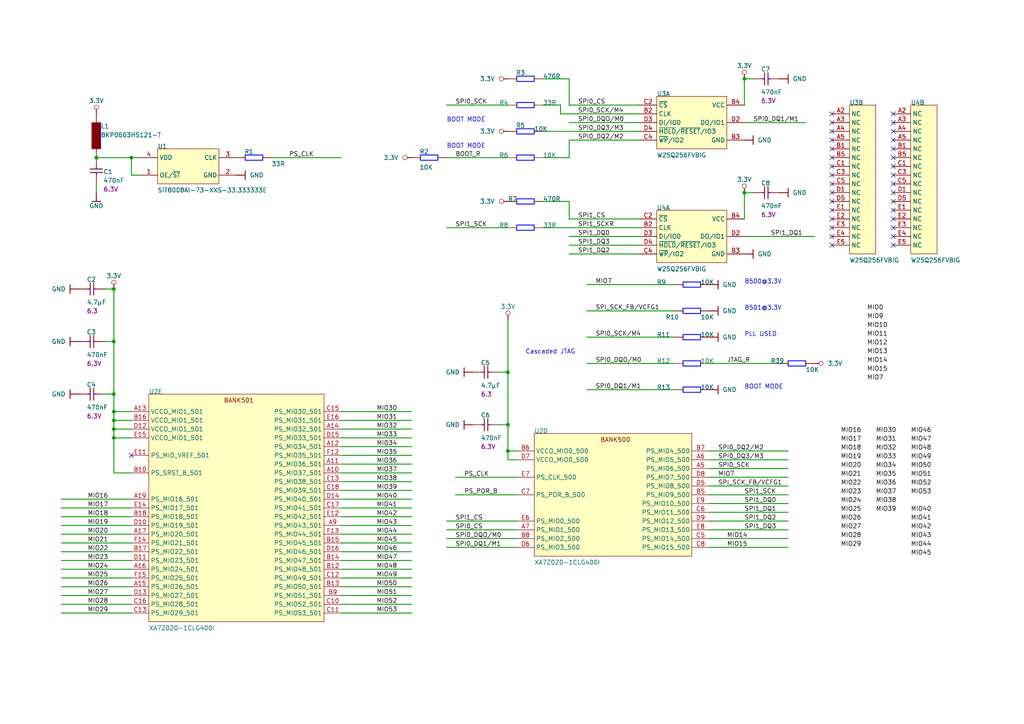
<source format=kicad_sch>
(kicad_sch (version 20230121) (generator eeschema)
  (paper "A4")
  (title_block (title "ZoM Mod A - FPGA MIO Banks") (date "12/16/2014") (rev "01"))
  (junction (at 33.02 119.38))
  (junction (at 33.02 83.82))
  (junction (at 147.32 107.95))
  (junction (at 33.02 99.06))
  (junction (at 33.02 114.3))
  (junction (at 147.32 123.19))
  (junction (at 33.02 124.46))
  (junction (at 215.9 55.88))
  (junction (at 33.02 121.92))
  (junction (at 215.9 22.86))
  (junction (at 33.02 127))
  (junction (at 38.1 45.72))
  (junction (at 27.94 45.72))
  (junction (at 147.32 130.81))
  (no_connect (at 241.3 45.72))
  (no_connect (at 259.08 53.34))
  (no_connect (at 259.08 58.42))
  (no_connect (at 259.08 48.26))
  (no_connect (at 38.1 132.08))
  (no_connect (at 259.08 71.12))
  (no_connect (at 241.3 48.26))
  (no_connect (at 259.08 60.96))
  (no_connect (at 241.3 40.64))
  (no_connect (at 241.3 60.96))
  (no_connect (at 241.3 55.88))
  (no_connect (at 241.3 33.02))
  (no_connect (at 259.08 40.64))
  (no_connect (at 241.3 43.18))
  (no_connect (at 241.3 68.58))
  (no_connect (at 259.08 63.5))
  (no_connect (at 241.3 66.04))
  (no_connect (at 241.3 35.56))
  (no_connect (at 241.3 53.34))
  (no_connect (at 259.08 45.72))
  (no_connect (at 259.08 43.18))
  (no_connect (at 241.3 50.8))
  (no_connect (at 241.3 58.42))
  (no_connect (at 259.08 55.88))
  (no_connect (at 259.08 66.04))
  (no_connect (at 259.08 33.02))
  (no_connect (at 259.08 38.1))
  (no_connect (at 241.3 63.5))
  (no_connect (at 241.3 71.12))
  (no_connect (at 241.3 38.1))
  (no_connect (at 259.08 35.56))
  (no_connect (at 259.08 50.8))
  (no_connect (at 259.08 68.58))
  (wire (pts (xy 38.1 175.26) (xy 17.78 175.26)) (stroke (width 0.254)))
  (wire (pts (xy 195.58 97.79) (xy 170.18 97.79)) (stroke (width 0.254)))
  (wire (pts (xy 185.42 66.04) (xy 157.48 66.04)) (stroke (width 0.254)))
  (wire (pts (xy 149.86 130.81) (xy 147.32 130.81)) (stroke (width 0.254)))
  (wire (pts (xy 185.42 40.64) (xy 165.1 40.64)) (stroke (width 0.254)))
  (wire (pts (xy 149.86 138.43) (xy 132.08 138.43)) (stroke (width 0.254)))
  (wire (pts (xy 119.38 124.46) (xy 99.06 124.46)) (stroke (width 0.254)))
  (wire (pts (xy 185.42 71.12) (xy 165.1 71.12)) (stroke (width 0.254)))
  (wire (pts (xy 144.78 107.95) (xy 147.32 107.95)) (stroke (width 0.254)))
  (wire (pts (xy 147.32 45.72) (xy 129.54 45.72)) (stroke (width 0.254)))
  (wire (pts (xy 185.42 73.66) (xy 165.1 73.66)) (stroke (width 0.254)))
  (wire (pts (xy 38.1 124.46) (xy 33.02 124.46)) (stroke (width 0.254)))
  (wire (pts (xy 185.42 30.48) (xy 165.1 30.48)) (stroke (width 0.254)))
  (wire (pts (xy 27.94 55.88) (xy 27.94 53.34)) (stroke (width 0.254)))
  (wire (pts (xy 33.02 124.46) (xy 33.02 127)) (stroke (width 0.254)))
  (wire (pts (xy 185.42 63.5) (xy 165.1 63.5)) (stroke (width 0.254)))
  (wire (pts (xy 149.86 133.35) (xy 147.32 133.35)) (stroke (width 0.254)))
  (wire (pts (xy 119.38 119.38) (xy 99.06 119.38)) (stroke (width 0.254)))
  (wire (pts (xy 38.1 167.64) (xy 17.78 167.64)) (stroke (width 0.254)))
  (wire (pts (xy 33.02 119.38) (xy 33.02 121.92)) (stroke (width 0.254)))
  (wire (pts (xy 228.6 146.05) (xy 205.74 146.05)) (stroke (width 0.254)))
  (wire (pts (xy 38.1 162.56) (xy 17.78 162.56)) (stroke (width 0.254)))
  (wire (pts (xy 38.1 119.38) (xy 33.02 119.38)) (stroke (width 0.254)))
  (wire (pts (xy 119.38 172.72) (xy 99.06 172.72)) (stroke (width 0.254)))
  (wire (pts (xy 119.38 147.32) (xy 99.06 147.32)) (stroke (width 0.254)))
  (wire (pts (xy 228.6 151.13) (xy 205.74 151.13)) (stroke (width 0.254)))
  (wire (pts (xy 165.1 63.5) (xy 165.1 58.42)) (stroke (width 0.254)))
  (wire (pts (xy 185.42 33.02) (xy 162.56 33.02)) (stroke (width 0.254)))
  (wire (pts (xy 149.86 156.21) (xy 129.54 156.21)) (stroke (width 0.254)))
  (wire (pts (xy 38.1 50.8) (xy 38.1 45.72)) (stroke (width 0.254)))
  (wire (pts (xy 119.38 162.56) (xy 99.06 162.56)) (stroke (width 0.254)))
  (wire (pts (xy 33.02 127) (xy 33.02 137.16)) (stroke (width 0.254)))
  (wire (pts (xy 185.42 68.58) (xy 165.1 68.58)) (stroke (width 0.254)))
  (wire (pts (xy 33.02 121.92) (xy 33.02 124.46)) (stroke (width 0.254)))
  (wire (pts (xy 119.38 160.02) (xy 99.06 160.02)) (stroke (width 0.254)))
  (wire (pts (xy 228.6 153.67) (xy 205.74 153.67)) (stroke (width 0.254)))
  (wire (pts (xy 33.02 99.06) (xy 33.02 114.3)) (stroke (width 0.254)))
  (wire (pts (xy 147.32 107.95) (xy 147.32 92.71)) (stroke (width 0.254)))
  (wire (pts (xy 119.38 121.92) (xy 99.06 121.92)) (stroke (width 0.254)))
  (wire (pts (xy 119.38 142.24) (xy 99.06 142.24)) (stroke (width 0.254)))
  (wire (pts (xy 228.6 133.35) (xy 205.74 133.35)) (stroke (width 0.254)))
  (wire (pts (xy 165.1 40.64) (xy 165.1 45.72)) (stroke (width 0.254)))
  (wire (pts (xy 119.38 134.62) (xy 99.06 134.62)) (stroke (width 0.254)))
  (wire (pts (xy 228.6 135.89) (xy 205.74 135.89)) (stroke (width 0.254)))
  (wire (pts (xy 119.38 132.08) (xy 99.06 132.08)) (stroke (width 0.254)))
  (wire (pts (xy 228.6 143.51) (xy 205.74 143.51)) (stroke (width 0.254)))
  (wire (pts (xy 38.1 121.92) (xy 33.02 121.92)) (stroke (width 0.254)))
  (wire (pts (xy 38.1 144.78) (xy 17.78 144.78)) (stroke (width 0.254)))
  (wire (pts (xy 149.86 153.67) (xy 129.54 153.67)) (stroke (width 0.254)))
  (wire (pts (xy 147.32 123.19) (xy 147.32 107.95)) (stroke (width 0.254)))
  (wire (pts (xy 215.9 30.48) (xy 215.9 22.86)) (stroke (width 0.254)))
  (wire (pts (xy 33.02 137.16) (xy 38.1 137.16)) (stroke (width 0.254)))
  (wire (pts (xy 38.1 172.72) (xy 17.78 172.72)) (stroke (width 0.254)))
  (wire (pts (xy 147.32 133.35) (xy 147.32 130.81)) (stroke (width 0.254)))
  (wire (pts (xy 119.38 127) (xy 99.06 127)) (stroke (width 0.254)))
  (wire (pts (xy 119.38 157.48) (xy 99.06 157.48)) (stroke (width 0.254)))
  (wire (pts (xy 215.9 55.88) (xy 218.44 55.88)) (stroke (width 0.254)))
  (wire (pts (xy 38.1 157.48) (xy 17.78 157.48)) (stroke (width 0.254)))
  (wire (pts (xy 228.6 148.59) (xy 205.74 148.59)) (stroke (width 0.254)))
  (wire (pts (xy 165.1 45.72) (xy 157.48 45.72)) (stroke (width 0.254)))
  (wire (pts (xy 38.1 147.32) (xy 17.78 147.32)) (stroke (width 0.254)))
  (wire (pts (xy 228.6 138.43) (xy 205.74 138.43)) (stroke (width 0.254)))
  (wire (pts (xy 162.56 33.02) (xy 162.56 30.48)) (stroke (width 0.254)))
  (wire (pts (xy 38.1 165.1) (xy 17.78 165.1)) (stroke (width 0.254)))
  (wire (pts (xy 149.86 151.13) (xy 129.54 151.13)) (stroke (width 0.254)))
  (wire (pts (xy 165.1 30.48) (xy 165.1 22.86)) (stroke (width 0.254)))
  (wire (pts (xy 38.1 154.94) (xy 17.78 154.94)) (stroke (width 0.254)))
  (wire (pts (xy 38.1 149.86) (xy 17.78 149.86)) (stroke (width 0.254)))
  (wire (pts (xy 78.74 45.72) (xy 99.06 45.72)) (stroke (width 0.254)))
  (wire (pts (xy 119.38 152.4) (xy 99.06 152.4)) (stroke (width 0.254)))
  (wire (pts (xy 147.32 130.81) (xy 147.32 123.19)) (stroke (width 0.254)))
  (wire (pts (xy 144.78 123.19) (xy 147.32 123.19)) (stroke (width 0.254)))
  (wire (pts (xy 38.1 170.18) (xy 17.78 170.18)) (stroke (width 0.254)))
  (wire (pts (xy 195.58 82.55) (xy 170.18 82.55)) (stroke (width 0.254)))
  (wire (pts (xy 119.38 170.18) (xy 99.06 170.18)) (stroke (width 0.254)))
  (wire (pts (xy 233.68 35.56) (xy 215.9 35.56)) (stroke (width 0.254)))
  (wire (pts (xy 147.32 66.04) (xy 129.54 66.04)) (stroke (width 0.254)))
  (wire (pts (xy 38.1 45.72) (xy 27.94 45.72)) (stroke (width 0.254)))
  (wire (pts (xy 30.48 99.06) (xy 33.02 99.06)) (stroke (width 0.254)))
  (wire (pts (xy 119.38 137.16) (xy 99.06 137.16)) (stroke (width 0.254)))
  (wire (pts (xy 228.6 130.81) (xy 205.74 130.81)) (stroke (width 0.254)))
  (wire (pts (xy 228.6 156.21) (xy 205.74 156.21)) (stroke (width 0.254)))
  (wire (pts (xy 38.1 45.72) (xy 40.64 45.72)) (stroke (width 0.254)))
  (wire (pts (xy 195.58 105.41) (xy 170.18 105.41)) (stroke (width 0.254)))
  (wire (pts (xy 228.6 140.97) (xy 205.74 140.97)) (stroke (width 0.254)))
  (wire (pts (xy 38.1 127) (xy 33.02 127)) (stroke (width 0.254)))
  (wire (pts (xy 119.38 129.54) (xy 99.06 129.54)) (stroke (width 0.254)))
  (wire (pts (xy 149.86 158.75) (xy 129.54 158.75)) (stroke (width 0.254)))
  (wire (pts (xy 38.1 160.02) (xy 17.78 160.02)) (stroke (width 0.254)))
  (wire (pts (xy 149.86 143.51) (xy 132.08 143.51)) (stroke (width 0.254)))
  (wire (pts (xy 119.38 165.1) (xy 99.06 165.1)) (stroke (width 0.254)))
  (wire (pts (xy 215.9 68.58) (xy 236.22 68.58)) (stroke (width 0.254)))
  (wire (pts (xy 119.38 149.86) (xy 99.06 149.86)) (stroke (width 0.254)))
  (wire (pts (xy 119.38 144.78) (xy 99.06 144.78)) (stroke (width 0.254)))
  (wire (pts (xy 185.42 35.56) (xy 165.1 35.56)) (stroke (width 0.254)))
  (wire (pts (xy 119.38 154.94) (xy 99.06 154.94)) (stroke (width 0.254)))
  (wire (pts (xy 30.48 83.82) (xy 33.02 83.82)) (stroke (width 0.254)))
  (wire (pts (xy 147.32 30.48) (xy 129.54 30.48)) (stroke (width 0.254)))
  (wire (pts (xy 38.1 177.8) (xy 17.78 177.8)) (stroke (width 0.254)))
  (wire (pts (xy 185.42 38.1) (xy 157.48 38.1)) (stroke (width 0.254)))
  (wire (pts (xy 195.58 113.03) (xy 170.18 113.03)) (stroke (width 0.254)))
  (wire (pts (xy 119.38 167.64) (xy 99.06 167.64)) (stroke (width 0.254)))
  (wire (pts (xy 165.1 58.42) (xy 157.48 58.42)) (stroke (width 0.254)))
  (wire (pts (xy 38.1 152.4) (xy 17.78 152.4)) (stroke (width 0.254)))
  (wire (pts (xy 40.64 50.8) (xy 38.1 50.8)) (stroke (width 0.254)))
  (wire (pts (xy 228.6 158.75) (xy 205.74 158.75)) (stroke (width 0.254)))
  (wire (pts (xy 119.38 177.8) (xy 99.06 177.8)) (stroke (width 0.254)))
  (wire (pts (xy 33.02 83.82) (xy 33.02 99.06)) (stroke (width 0.254)))
  (wire (pts (xy 215.9 22.86) (xy 218.44 22.86)) (stroke (width 0.254)))
  (wire (pts (xy 226.06 105.41) (xy 205.74 105.41)) (stroke (width 0.254)))
  (wire (pts (xy 215.9 63.5) (xy 215.9 55.88)) (stroke (width 0.254)))
  (wire (pts (xy 33.02 114.3) (xy 33.02 119.38)) (stroke (width 0.254)))
  (wire (pts (xy 119.38 139.7) (xy 99.06 139.7)) (stroke (width 0.254)))
  (wire (pts (xy 119.38 175.26) (xy 99.06 175.26)) (stroke (width 0.254)))
  (wire (pts (xy 162.56 30.48) (xy 157.48 30.48)) (stroke (width 0.254)))
  (wire (pts (xy 165.1 22.86) (xy 157.48 22.86)) (stroke (width 0.254)))
  (wire (pts (xy 30.48 114.3) (xy 33.02 114.3)) (stroke (width 0.254)))
  (wire (pts (xy 195.58 90.17) (xy 170.18 90.17)) (stroke (width 0.254)))
  (text "BOOT MODE" (at 129.54 43.18 0) (effects (font (size 1.27 1.27)) (justify left bottom)))
  (text "BOOT MODE" (at 215.9 113.03 0) (effects (font (size 1.27 1.27)) (justify left bottom)))
  (text "B501@3.3V" (at 215.9 90.17 0) (effects (font (size 1.27 1.27)) (justify left bottom)))
  (text "B500@3.3V" (at 215.9 82.55 0) (effects (font (size 1.27 1.27)) (justify left bottom)))
  (text "BOOT MODE" (at 129.54 35.56 0) (effects (font (size 1.27 1.27)) (justify left bottom)))
  (text "Cascaded JTAG" (at 152.4 102.87 0) (effects (font (size 1.27 1.27)) (justify left bottom)))
  (text "PLL USED" (at 215.9 97.79 0) (effects (font (size 1.27 1.27)) (justify left bottom)))
  (label "MIO40" (at 109.22 144.78 180))
  (label "MIO18" (at 243.84 130.81 180))
  (label "MIO29" (at 243.84 158.75 180))
  (label "SPI0_DQ3/M3" (at 167.64 38.1 180))
  (label "MIO27" (at 25.4 172.72 180))
  (label "SPI0_SCK/M4" (at 172.72 97.79 180))
  (label "MIO27" (at 243.84 153.67 180))
  (label "MIO42" (at 109.22 149.86 180))
  (label "MIO50" (at 264.16 135.89 180))
  (label "MIO16" (at 25.4 144.78 180))
  (label "SPI0_DQ2/M2" (at 167.64 40.64 180))
  (label "MIO28" (at 25.4 175.26 180))
  (label "MIO13" (at 251.46 102.87 180))
  (label "SPI1_DQ0" (at 215.9 146.05 180))
  (label "MIO47" (at 264.16 128.27 180))
  (label "PS_CLK" (at 134.62 138.43 180))
  (label "MIO53" (at 264.16 143.51 180))
  (label "MIO37" (at 254 143.51 180))
  (label "MIO48" (at 264.16 130.81 180))
  (label "MIO17" (at 25.4 147.32 180))
  (label "MIO46" (at 109.22 160.02 180))
  (label "MIO21" (at 25.4 157.48 180))
  (label "MIO33" (at 109.22 127 180))
  (label "MIO44" (at 264.16 158.75 180))
  (label "MIO30" (at 109.22 119.38 180))
  (label "MIO34" (at 254 135.89 180))
  (label "MIO39" (at 254 148.59 180))
  (label "MIO10" (at 251.46 95.25 180))
  (label "MIO19" (at 25.4 152.4 180))
  (label "MIO48" (at 109.22 165.1 180))
  (label "PS_POR_B" (at 134.62 143.51 180))
  (label "MIO52" (at 109.22 175.26 180))
  (label "MIO25" (at 25.4 167.64 180))
  (label "SPI0_DQ2/M2" (at 208.28 130.81 180))
  (label "MIO14" (at 210.82 156.21 180))
  (label "SPI1_DQ1" (at 223.52 68.58 180))
  (label "JTAG_R" (at 210.82 105.41 180))
  (label "MIO24" (at 25.4 165.1 180))
  (label "MIO52" (at 264.16 140.97 180))
  (label "MIO28" (at 243.84 156.21 180))
  (label "SPI1_CS" (at 167.64 63.5 180))
  (label "MIO15" (at 251.46 107.95 180))
  (label "MIO16" (at 243.84 125.73 180))
  (label "MIO20" (at 25.4 154.94 180))
  (label "SPI1_DQ2" (at 167.64 73.66 180))
  (label "MIO43" (at 109.22 152.4 180))
  (label "MIO21" (at 243.84 138.43 180))
  (label "SPI0_DQO/M0" (at 172.72 105.41 180))
  (label "MIO22" (at 243.84 140.97 180))
  (label "MIO26" (at 243.84 151.13 180))
  (label "SPI_SCK_FB/VCFG1" (at 208.28 140.97 180))
  (label "MIO47" (at 109.22 162.56 180))
  (label "MIO46" (at 264.16 125.73 180))
  (label "MIO9" (at 251.46 92.71 180))
  (label "SPI0_DQ1/M1" (at 132.08 158.75 180))
  (label "MIO22" (at 25.4 160.02 180))
  (label "MIO38" (at 109.22 139.7 180))
  (label "SPI1_SCK" (at 132.08 66.04 180))
  (label "MIO26" (at 25.4 170.18 180))
  (label "MIO12" (at 251.46 100.33 180))
  (label "SPI0_SCK/M4" (at 167.64 33.02 180))
  (label "SPI1_CS" (at 132.08 151.13 180))
  (label "SPI0_DQ1/M1" (at 172.72 113.03 180))
  (label "MIO23" (at 25.4 162.56 180))
  (label "MIO36" (at 109.22 134.62 180))
  (label "BOOT_R" (at 132.08 45.72 180))
  (label "MIO18" (at 25.4 149.86 180))
  (label "MIO30" (at 254 125.73 180))
  (label "MIO17" (at 243.84 128.27 180))
  (label "MIO37" (at 109.22 137.16 180))
  (label "MIO36" (at 254 140.97 180))
  (label "SPI1_DQ2" (at 215.9 151.13 180))
  (label "MIO51" (at 109.22 172.72 180))
  (label "MIO7" (at 251.46 110.49 180))
  (label "MIO7" (at 172.72 82.55 180))
  (label "SPI_SCK_FB/VCFG1" (at 172.72 90.17 180))
  (label "SPI0_DQ3/M3" (at 208.28 133.35 180))
  (label "PS_CLK" (at 83.82 45.72 180))
  (label "SPI1_DQ0" (at 167.64 68.58 180))
  (label "MIO41" (at 264.16 151.13 180))
  (label "MIO38" (at 254 146.05 180))
  (label "SPI1_SCKR" (at 167.64 66.04 180))
  (label "SPI0_DQO/M0" (at 132.08 156.21 180))
  (label "SPI0_CS" (at 167.64 30.48 180))
  (label "MIO0" (at 251.46 90.17 180))
  (label "SPI0_SCK" (at 208.28 135.89 180))
  (label "MIO49" (at 109.22 167.64 180))
  (label "SPI0_CS" (at 132.08 153.67 180))
  (label "MIO42" (at 264.16 153.67 180))
  (label "MIO15" (at 210.82 158.75 180))
  (label "MIO31" (at 109.22 121.92 180))
  (label "MIO45" (at 109.22 157.48 180))
  (label "SPI0_SCK" (at 132.08 30.48 180))
  (label "SPI0_DQ1/M1" (at 218.44 35.56 180))
  (label "MIO33" (at 254 133.35 180))
  (label "MIO29" (at 25.4 177.8 180))
  (label "MIO32" (at 254 130.81 180))
  (label "MIO51" (at 264.16 138.43 180))
  (label "MIO35" (at 254 138.43 180))
  (label "MIO11" (at 251.46 97.79 180))
  (label "MIO7" (at 208.28 138.43 180))
  (label "SPI1_SCK" (at 215.9 143.51 180))
  (label "MIO19" (at 243.84 133.35 180))
  (label "MIO45" (at 264.16 161.29 180))
  (label "SPI1_DQ1" (at 215.9 148.59 180))
  (label "MIO49" (at 264.16 133.35 180))
  (label "MIO40" (at 264.16 148.59 180))
  (label "MIO23" (at 243.84 143.51 180))
  (label "MIO14" (at 251.46 105.41 180))
  (label "MIO20" (at 243.84 135.89 180))
  (label "MIO41" (at 109.22 147.32 180))
  (label "MIO53" (at 109.22 177.8 180))
  (label "MIO31" (at 254 128.27 180))
  (label "SPI0_DQO/M0" (at 167.64 35.56 180))
  (label "MIO43" (at 264.16 156.21 180))
  (label "MIO50" (at 109.22 170.18 180))
  (label "MIO44" (at 109.22 154.94 180))
  (label "MIO24" (at 243.84 146.05 180))
  (label "MIO35" (at 109.22 132.08 180))
  (label "SPI1_DQ3" (at 215.9 153.67 180))
  (label "MIO34" (at 109.22 129.54 180))
  (label "MIO32" (at 109.22 124.46 180))
  (label "SPI1_DQ3" (at 167.64 71.12 180))
  (label "MIO25" (at 243.84 148.59 180))
  (label "MIO39" (at 109.22 142.24 180))
  (symbol (lib_id "TE0719-altium-import:PS_MIO_1_CAP-NP") (at 218.44 55.88 0) (unit 1)
    (property "Reference" "C8" (at 220.726 53.848 0) (effects (justify left bottom)))
    (property "Value" "470nF" (at 220.726 60.452 0) (effects (justify left bottom)))
    (property "Footprint" "CAPC0603X33N" (effects hide))
    (property "AN" "24921" (effects hide))
    (property "CASE" "0603 (0201)" (effects hide))
    (property "ALTIUM_VALUE" "470n" (effects hide))
    (property "VOLTAGE" "6.3V" (at 220.726 62.992 0) (effects (justify left bottom)))
    (property "TECHNOLOGY" "X5R" (effects hide))
    (property "TOLERANCE" "20%" (effects hide))
    (property "MIXED" "SMT" (effects hide))
    (property "PREFERRED" "Yes" (effects hide))
  )
  (symbol (lib_id "TE0719-altium-import:PS_MIO_3_RES") (at 205.74 105.41 0) (unit 1)
    (property "Reference" "R12" (at 190.5 105.41 0) (effects (justify left bottom)))
    (property "Value" "10K" (at 203.2 105.41 0) (effects (justify left bottom)))
    (property "Footprint" "RESC0603X26N" (effects hide))
    (property "AN" "24914" (effects hide))
    (property "CASE" "0603 (0201)" (effects hide))
    (property "ALTIUM_VALUE" "10K" (effects hide))
    (property "HELPURL" "B~{:}A~{D}adli~{b}datashee~{t}R0201" (effects hide))
    (property "TOLERANCE" "1%" (effects hide))
    (property "MIXED" "SMT" (effects hide))
    (property "PREFERRED" "Yes" (effects hide))
  )
  (symbol (lib_id "TE0719-altium-import:PS_MIO_3_RES") (at 205.74 97.79 0) (unit 1)
    (property "Reference" "R11" (at 190.5 97.79 0) (effects (justify left bottom)))
    (property "Value" "10K" (at 203.2 97.79 0) (effects (justify left bottom)))
    (property "Footprint" "RESC0603X26N" (effects hide))
    (property "AN" "24914" (effects hide))
    (property "CASE" "0603 (0201)" (effects hide))
    (property "ALTIUM_VALUE" "10K" (effects hide))
    (property "HELPURL" "B~{:}A~{D}adli~{b}datashee~{t}R0201" (effects hide))
    (property "TOLERANCE" "1%" (effects hide))
    (property "MIXED" "SMT" (effects hide))
    (property "PREFERRED" "Yes" (effects hide))
  )
  (symbol (lib_id "TE0719-altium-import:GND") (at 215.9 73.66 90) (unit 1)
    (property "Reference" "#PWR?" (effects hide))
    (property "Value" "GND" (at 219.71 73.66 90) (effects (justify right)))
  )
  (symbol (lib_id "TE0719-altium-import:3.3V") (at 215.9 55.88 180) (unit 1)
    (property "Reference" "#PWR?" (effects hide))
    (property "Value" "3.3V" (at 215.9 52.07 0))
  )
  (symbol (lib_id "TE0719-altium-import:PS_MIO_3_CAP-NP") (at 30.48 99.06 0) (unit 1)
    (property "Reference" "C3" (at 25.146 97.028 0) (effects (justify left bottom)))
    (property "Value" "470nF" (at 25.146 103.632 0) (effects (justify left bottom)))
    (property "Footprint" "CAPC0603X33N" (effects hide))
    (property "AN" "24921" (effects hide))
    (property "CASE" "0603 (0201)" (effects hide))
    (property "ALTIUM_VALUE" "470n" (effects hide))
    (property "VOLTAGE" "6.3V" (at 25.146 106.172 0) (effects (justify left bottom)))
    (property "TECHNOLOGY" "X5R" (effects hide))
    (property "TOLERANCE" "20%" (effects hide))
    (property "MIXED" "SMT" (effects hide))
    (property "PREFERRED" "Yes" (effects hide))
  )
  (symbol (lib_id "TE0719-altium-import:PS_MIO_0_SiT8103") (at 45.72 43.18 0) (unit 1)
    (property "Reference" "U1" (at 45.72 43.18 0) (effects (justify left bottom)))
    (property "Value" "SiT8008AI-73-XXS-33.333333E" (at 45.72 55.88 0) (effects (justify left bottom)))
    (property "Footprint" "2016" (effects hide))
    (property "AN" "25023" (effects hide))
    (property "CASE" "2.0  x 1.6mm" (effects hide))
    (property "ALTIUM_VALUE" "33M" (effects hide))
    (property "HELPURL" "B~{:}A~{D}adli~{b}datashee~{t}SiT8008" (effects hide))
    (property "TRENZ-STOCK" "Yes" (effects hide))
    (property "MIXED" "SMT" (effects hide))
    (property "PREFERRED" "Yes" (effects hide))
  )
  (symbol (lib_id "TE0719-altium-import:GND") (at 22.86 99.06 270) (unit 1)
    (property "Reference" "#PWR?" (effects hide))
    (property "Value" "GND" (at 19.05 99.06 90) (effects (justify right)))
  )
  (symbol (lib_id "TE0719-altium-import:GND") (at 205.74 90.17 90) (unit 1)
    (property "Reference" "#PWR?" (effects hide))
    (property "Value" "GND" (at 209.55 90.17 90) (effects (justify right)))
  )
  (symbol (lib_id "TE0719-altium-import:3.3V") (at 147.32 22.86 270) (unit 1)
    (property "Reference" "#PWR?" (effects hide))
    (property "Value" "3.3V" (at 143.51 22.86 90) (effects (justify right)))
  )
  (symbol (lib_id "TE0719-altium-import:GND") (at 68.58 50.8 90) (unit 1)
    (property "Reference" "#PWR?" (effects hide))
    (property "Value" "GND" (at 72.39 50.8 90) (effects (justify right)))
  )
  (symbol (lib_id "TE0719-altium-import:GND") (at 226.06 55.88 90) (unit 1)
    (property "Reference" "#PWR?" (effects hide))
    (property "Value" "GND" (at 229.87 55.88 90) (effects (justify right)))
  )
  (symbol (lib_id "TE0719-altium-import:3.3V") (at 33.02 83.82 180) (unit 1)
    (property "Reference" "#PWR?" (effects hide))
    (property "Value" "3.3V" (at 33.02 80.01 0))
  )
  (symbol (lib_id "TE0719-altium-import:3.3V") (at 147.32 38.1 270) (unit 1)
    (property "Reference" "#PWR?" (effects hide))
    (property "Value" "3.3V" (at 143.51 38.1 90) (effects (justify right)))
  )
  (symbol (lib_id "TE0719-altium-import:PS_MIO_0_XC7Z020-2CLG400C") (at 154.94 125.73 0) (unit 4)
    (property "Reference" "U2" (at 154.94 125.73 0) (effects (justify left bottom)))
    (property "Value" "XA7Z020-1CLG400I" (at 154.94 163.83 0) (effects (justify left bottom)))
    (property "Footprint" "BGA400C80P20X20_1700X1700X160N" (effects hide))
    (property "AN" "25981" (effects hide))
    (property "CASE" "CLG400" (effects hide))
    (property "MIXED" "SMT" (effects hide))
    (property "TRENZ-STOCK" "Yes" (effects hide))
    (property "HELPURL" "B~{:}A~{D}adli~{b}datashee~{t}XC7" (effects hide))
  )
  (symbol (lib_id "TE0719-altium-import:PS_MIO_1_RES") (at 68.58 45.72 0) (unit 1)
    (property "Reference" "R1" (at 70.866 44.704 0) (effects (justify left bottom)))
    (property "Value" "33R" (at 78.74 48.26 0) (effects (justify left bottom)))
    (property "Footprint" "RESC0603X26N" (effects hide))
    (property "AN" "25021" (effects hide))
    (property "CASE" "0603 (0201)" (effects hide))
    (property "ALTIUM_VALUE" "33" (effects hide))
    (property "MIXED" "SMT" (effects hide))
    (property "HELPURL" "B~{:}A~{D}adli~{b}datashee~{t}R0201" (effects hide))
    (property "PREFERRED" "Yes" (effects hide))
  )
  (symbol (lib_id "TE0719-altium-import:PS_MIO_3_CAP-NP") (at 144.78 107.95 0) (unit 1)
    (property "Reference" "C5" (at 139.446 105.918 0) (effects (justify left bottom)))
    (property "Value" "4.7µF" (at 139.446 112.522 0) (effects (justify left bottom)))
    (property "Footprint" "CAPC1005X60N" (effects hide))
    (property "AN" "24719" (effects hide))
    (property "CASE" "1005 (0402)" (effects hide))
    (property "ALTIUM_VALUE" "4.7u" (effects hide))
    (property "VOLTAGE" "6.3" (at 139.446 115.062 0) (effects (justify left bottom)))
    (property "TECHNOLOGY" "X5R" (effects hide))
    (property "MIXED" "SMT" (effects hide))
    (property "PREFERRED" "Yes" (effects hide))
  )
  (symbol (lib_id "TE0719-altium-import:PS_MIO_1_Ferritperle") (at 27.94 45.72 0) (unit 1)
    (property "Reference" "L1" (at 29.21 37.338 0) (effects (justify left bottom)))
    (property "Value" "BKP0603HS121-T" (at 29.21 39.878 0) (effects (justify left bottom)))
    (property "Footprint" "INDC0603X33N" (effects hide))
    (property "AN" "25393" (effects hide))
    (property "CASE" "0603 (0201)" (effects hide))
    (property "HELPURL" "B~{:}A~{D}adli~{b}datashee~{t}MULTILAYER CHIP BEAD INDUCTORS BK" (effects hide))
    (property "MIXED" "SMT" (effects hide))
    (property "TRENZ-STOCK" "Yes" (effects hide))
    (property "PREFERRED" "Yes" (effects hide))
  )
  (symbol (lib_id "TE0719-altium-import:PS_MIO_3_RES") (at 129.54 45.72 0) (unit 1)
    (property "Reference" "R2" (at 121.666 44.704 0) (effects (justify left bottom)))
    (property "Value" "10K" (at 121.666 49.276 0) (effects (justify left bottom)))
    (property "Footprint" "RESC0603X26N" (effects hide))
    (property "AN" "24914" (effects hide))
    (property "CASE" "0603 (0201)" (effects hide))
    (property "ALTIUM_VALUE" "10K" (effects hide))
    (property "HELPURL" "B~{:}A~{D}adli~{b}datashee~{t}R0201" (effects hide))
    (property "TOLERANCE" "1%" (effects hide))
    (property "MIXED" "SMT" (effects hide))
    (property "PREFERRED" "Yes" (effects hide))
  )
  (symbol (lib_id "TE0719-altium-import:GND") (at 137.16 123.19 270) (unit 1)
    (property "Reference" "#PWR?" (effects hide))
    (property "Value" "GND" (at 133.35 123.19 90) (effects (justify right)))
  )
  (symbol (lib_id "TE0719-altium-import:PS_MIO_0_W25Q256FVBIG") (at 190.5 60.96 0) (unit 1)
    (property "Reference" "U4" (at 190.5 60.96 0) (effects (justify left bottom)))
    (property "Value" "W25Q256FVBIG" (at 190.5 78.74 0) (effects (justify left bottom)))
    (property "Footprint" "BGA24C100P5X5_800X600X120N" (effects hide))
    (property "AN" "25017" (effects hide))
    (property "CASE" "TFBGA24" (effects hide))
    (property "HELPURL" "B~{:}A~{D}adli~{b}datashee~{t}W25Q256FV" (effects hide))
    (property "TRENZ-STOCK" "Yes" (effects hide))
    (property "MIXED" "SMT" (effects hide))
    (property "PREFERRED" "Yes" (effects hide))
  )
  (symbol (lib_id "TE0719-altium-import:GND") (at 137.16 107.95 270) (unit 1)
    (property "Reference" "#PWR?" (effects hide))
    (property "Value" "GND" (at 133.35 107.95 90) (effects (justify right)))
  )
  (symbol (lib_id "TE0719-altium-import:3.3V") (at 119.38 45.72 270) (unit 1)
    (property "Reference" "#PWR?" (effects hide))
    (property "Value" "3.3V" (at 115.57 45.72 90) (effects (justify right)))
  )
  (symbol (lib_id "TE0719-altium-import:GND") (at 27.94 55.88 0) (unit 1)
    (property "Reference" "#PWR?" (effects hide))
    (property "Value" "GND" (at 27.94 59.69 0))
  )
  (symbol (lib_id "TE0719-altium-import:PS_MIO_3_RES") (at 205.74 113.03 0) (unit 1)
    (property "Reference" "R13" (at 190.5 113.03 0) (effects (justify left bottom)))
    (property "Value" "10K" (at 203.2 113.03 0) (effects (justify left bottom)))
    (property "Footprint" "RESC0603X26N" (effects hide))
    (property "AN" "24914" (effects hide))
    (property "CASE" "0603 (0201)" (effects hide))
    (property "ALTIUM_VALUE" "10K" (effects hide))
    (property "HELPURL" "B~{:}A~{D}adli~{b}datashee~{t}R0201" (effects hide))
    (property "TOLERANCE" "1%" (effects hide))
    (property "MIXED" "SMT" (effects hide))
    (property "PREFERRED" "Yes" (effects hide))
  )
  (symbol (lib_id "TE0719-altium-import:PS_MIO_3_RES") (at 236.22 105.41 0) (unit 1)
    (property "Reference" "R39" (at 223.52 105.41 0) (effects (justify left bottom)))
    (property "Value" "10K" (at 233.68 107.95 0) (effects (justify left bottom)))
    (property "Footprint" "RESC0603X26N" (effects hide))
    (property "AN" "24914" (effects hide))
    (property "CASE" "0603 (0201)" (effects hide))
    (property "ALTIUM_VALUE" "10K" (effects hide))
    (property "HELPURL" "B~{:}A~{D}adli~{b}datashee~{t}R0201" (effects hide))
    (property "TOLERANCE" "1%" (effects hide))
    (property "MIXED" "SMT" (effects hide))
    (property "PREFERRED" "Yes" (effects hide))
  )
  (symbol (lib_id "TE0719-altium-import:PS_MIO_1_RES") (at 147.32 30.48 0) (unit 1)
    (property "Reference" "R4" (at 144.78 30.48 0) (effects (justify left bottom)))
    (property "Value" "33R" (at 157.48 30.48 0) (effects (justify left bottom)))
    (property "Footprint" "RESC0603X26N" (effects hide))
    (property "AN" "25021" (effects hide))
    (property "CASE" "0603 (0201)" (effects hide))
    (property "ALTIUM_VALUE" "33" (effects hide))
    (property "MIXED" "SMT" (effects hide))
    (property "HELPURL" "B~{:}A~{D}adli~{b}datashee~{t}R0201" (effects hide))
    (property "PREFERRED" "Yes" (effects hide))
  )
  (symbol (lib_id "TE0719-altium-import:PS_MIO_0_XC7Z020-2CLG400C") (at 43.18 114.3 0) (unit 5)
    (property "Reference" "U2" (at 43.18 114.3 0) (effects (justify left bottom)))
    (property "Value" "XA7Z020-1CLG400I" (at 43.18 182.88 0) (effects (justify left bottom)))
    (property "Footprint" "BGA400C80P20X20_1700X1700X160N" (effects hide))
    (property "AN" "25981" (effects hide))
    (property "CASE" "CLG400" (effects hide))
    (property "MIXED" "SMT" (effects hide))
    (property "TRENZ-STOCK" "Yes" (effects hide))
    (property "HELPURL" "B~{:}A~{D}adli~{b}datashee~{t}XC7" (effects hide))
  )
  (symbol (lib_id "TE0719-altium-import:GND") (at 205.74 82.55 90) (unit 1)
    (property "Reference" "#PWR?" (effects hide))
    (property "Value" "GND" (at 209.55 82.55 90) (effects (justify right)))
  )
  (symbol (lib_id "TE0719-altium-import:3.3V") (at 147.32 92.71 180) (unit 1)
    (property "Reference" "#PWR?" (effects hide))
    (property "Value" "3.3V" (at 147.32 88.9 0))
  )
  (symbol (lib_id "TE0719-altium-import:3.3V") (at 27.94 33.02 180) (unit 1)
    (property "Reference" "#PWR?" (effects hide))
    (property "Value" "3.3V" (at 27.94 29.21 0))
  )
  (symbol (lib_id "TE0719-altium-import:GND") (at 22.86 83.82 270) (unit 1)
    (property "Reference" "#PWR?" (effects hide))
    (property "Value" "GND" (at 19.05 83.82 90) (effects (justify right)))
  )
  (symbol (lib_id "TE0719-altium-import:3.3V") (at 236.22 105.41 90) (unit 1)
    (property "Reference" "#PWR?" (effects hide))
    (property "Value" "3.3V" (at 240.03 105.41 90) (effects (justify right)))
  )
  (symbol (lib_id "TE0719-altium-import:3.3V") (at 215.9 22.86 180) (unit 1)
    (property "Reference" "#PWR?" (effects hide))
    (property "Value" "3.3V" (at 215.9 19.05 0))
  )
  (symbol (lib_id "TE0719-altium-import:PS_MIO_3_RES") (at 157.48 58.42 0) (unit 1)
    (property "Reference" "R7" (at 147.32 58.42 0) (effects (justify left bottom)))
    (property "Value" "470R" (at 157.48 58.42 0) (effects (justify left bottom)))
    (property "Footprint" "RESC1005X40N" (effects hide))
    (property "AN" "22769" (effects hide))
    (property "CASE" "1005 (0402)" (effects hide))
    (property "ALTIUM_VALUE" "470" (effects hide))
    (property "TOLERANCE" "1%" (effects hide))
    (property "MIXED" "SMT" (effects hide))
    (property "PREFERRED" "Yes" (effects hide))
  )
  (symbol (lib_id "TE0719-altium-import:PS_MIO_0_W25Q256FVBIG") (at 190.5 27.94 0) (unit 1)
    (property "Reference" "U3" (at 190.5 27.94 0) (effects (justify left bottom)))
    (property "Value" "W25Q256FVBIG" (at 190.5 45.72 0) (effects (justify left bottom)))
    (property "Footprint" "BGA24C100P5X5_800X600X120N" (effects hide))
    (property "AN" "25017" (effects hide))
    (property "CASE" "TFBGA24" (effects hide))
    (property "HELPURL" "B~{:}A~{D}adli~{b}datashee~{t}W25Q256FV" (effects hide))
    (property "TRENZ-STOCK" "Yes" (effects hide))
    (property "MIXED" "SMT" (effects hide))
    (property "PREFERRED" "Yes" (effects hide))
  )
  (symbol (lib_id "TE0719-altium-import:PS_MIO_3_CAP-NP") (at 144.78 123.19 0) (unit 1)
    (property "Reference" "C6" (at 139.446 121.158 0) (effects (justify left bottom)))
    (property "Value" "470nF" (at 139.446 127.762 0) (effects (justify left bottom)))
    (property "Footprint" "CAPC0603X33N" (effects hide))
    (property "AN" "24921" (effects hide))
    (property "CASE" "0603 (0201)" (effects hide))
    (property "ALTIUM_VALUE" "470n" (effects hide))
    (property "VOLTAGE" "6.3V" (at 139.446 130.302 0) (effects (justify left bottom)))
    (property "TECHNOLOGY" "X5R" (effects hide))
    (property "TOLERANCE" "20%" (effects hide))
    (property "MIXED" "SMT" (effects hide))
    (property "PREFERRED" "Yes" (effects hide))
  )
  (symbol (lib_id "TE0719-altium-import:PS_MIO_0_CAP-NP") (at 27.94 45.72 0) (unit 1)
    (property "Reference" "C1" (at 29.972 50.546 0) (effects (justify left bottom)))
    (property "Value" "470nF" (at 29.972 53.086 0) (effects (justify left bottom)))
    (property "Footprint" "CAPC0603X33N" (effects hide))
    (property "AN" "24921" (effects hide))
    (property "CASE" "0603 (0201)" (effects hide))
    (property "ALTIUM_VALUE" "470n" (effects hide))
    (property "VOLTAGE" "6.3V" (at 29.972 55.626 0) (effects (justify left bottom)))
    (property "TECHNOLOGY" "X5R" (effects hide))
    (property "TOLERANCE" "20%" (effects hide))
    (property "MIXED" "SMT" (effects hide))
    (property "PREFERRED" "Yes" (effects hide))
  )
  (symbol (lib_id "TE0719-altium-import:PS_MIO_1_RES") (at 147.32 66.04 0) (unit 1)
    (property "Reference" "R8" (at 144.78 66.04 0) (effects (justify left bottom)))
    (property "Value" "33R" (at 157.48 66.04 0) (effects (justify left bottom)))
    (property "Footprint" "RESC0603X26N" (effects hide))
    (property "AN" "25021" (effects hide))
    (property "CASE" "0603 (0201)" (effects hide))
    (property "MIXED" "SMT" (effects hide))
    (property "ALTIUM_VALUE" "33" (effects hide))
    (property "PREFERRED" "Yes" (effects hide))
    (property "HELPURL" "B~{:}A~{D}adli~{b}datashee~{t}R0201" (effects hide))
  )
  (symbol (lib_id "TE0719-altium-import:PS_MIO_3_RES") (at 157.48 38.1 0) (unit 1)
    (property "Reference" "R5" (at 149.606 37.084 0) (effects (justify left bottom)))
    (property "Value" "10K" (at 154.94 38.1 0) (effects (justify left bottom)))
    (property "Footprint" "RESC0603X26N" (effects hide))
    (property "AN" "24914" (effects hide))
    (property "CASE" "0603 (0201)" (effects hide))
    (property "ALTIUM_VALUE" "10K" (effects hide))
    (property "HELPURL" "B~{:}A~{D}adli~{b}datashee~{t}R0201" (effects hide))
    (property "TOLERANCE" "1%" (effects hide))
    (property "MIXED" "SMT" (effects hide))
    (property "PREFERRED" "Yes" (effects hide))
  )
  (symbol (lib_id "TE0719-altium-import:PS_MIO_1_CAP-NP") (at 218.44 22.86 0) (unit 1)
    (property "Reference" "C7" (at 220.726 20.828 0) (effects (justify left bottom)))
    (property "Value" "470nF" (at 220.726 27.432 0) (effects (justify left bottom)))
    (property "Footprint" "CAPC0603X33N" (effects hide))
    (property "AN" "24921" (effects hide))
    (property "CASE" "0603 (0201)" (effects hide))
    (property "ALTIUM_VALUE" "470n" (effects hide))
    (property "VOLTAGE" "6.3V" (at 220.726 29.972 0) (effects (justify left bottom)))
    (property "TECHNOLOGY" "X5R" (effects hide))
    (property "TOLERANCE" "20%" (effects hide))
    (property "MIXED" "SMT" (effects hide))
    (property "PREFERRED" "Yes" (effects hide))
  )
  (symbol (lib_id "TE0719-altium-import:GND") (at 205.74 97.79 90) (unit 1)
    (property "Reference" "#PWR?" (effects hide))
    (property "Value" "GND" (at 209.55 97.79 90) (effects (justify right)))
  )
  (symbol (lib_id "TE0719-altium-import:PS_MIO_3_CAP-NP") (at 30.48 83.82 0) (unit 1)
    (property "Reference" "C2" (at 25.146 81.788 0) (effects (justify left bottom)))
    (property "Value" "4.7µF" (at 25.146 88.392 0) (effects (justify left bottom)))
    (property "Footprint" "CAPC1005X60N" (effects hide))
    (property "AN" "24719" (effects hide))
    (property "CASE" "1005 (0402)" (effects hide))
    (property "ALTIUM_VALUE" "4.7u" (effects hide))
    (property "VOLTAGE" "6.3" (at 25.146 90.932 0) (effects (justify left bottom)))
    (property "TECHNOLOGY" "X5R" (effects hide))
    (property "MIXED" "SMT" (effects hide))
    (property "PREFERRED" "Yes" (effects hide))
  )
  (symbol (lib_id "TE0719-altium-import:PS_MIO_3_RES") (at 205.74 82.55 0) (unit 1)
    (property "Reference" "R9" (at 190.5 82.55 0) (effects (justify left bottom)))
    (property "Value" "10K" (at 203.2 82.55 0) (effects (justify left bottom)))
    (property "Footprint" "RESC0603X26N" (effects hide))
    (property "AN" "24914" (effects hide))
    (property "CASE" "0603 (0201)" (effects hide))
    (property "ALTIUM_VALUE" "10K" (effects hide))
    (property "HELPURL" "B~{:}A~{D}adli~{b}datashee~{t}R0201" (effects hide))
    (property "TOLERANCE" "1%" (effects hide))
    (property "MIXED" "SMT" (effects hide))
    (property "PREFERRED" "Yes" (effects hide))
  )
  (symbol (lib_id "TE0719-altium-import:GND") (at 22.86 114.3 270) (unit 1)
    (property "Reference" "#PWR?" (effects hide))
    (property "Value" "GND" (at 19.05 114.3 90) (effects (justify right)))
  )
  (symbol (lib_id "TE0719-altium-import:GND") (at 215.9 40.64 90) (unit 1)
    (property "Reference" "#PWR?" (effects hide))
    (property "Value" "GND" (at 219.71 40.64 90) (effects (justify right)))
  )
  (symbol (lib_id "TE0719-altium-import:3.3V") (at 147.32 58.42 270) (unit 1)
    (property "Reference" "#PWR?" (effects hide))
    (property "Value" "3.3V" (at 143.51 58.42 90) (effects (justify right)))
  )
  (symbol (lib_id "TE0719-altium-import:PS_MIO_1_RES") (at 147.32 22.86 0) (unit 1)
    (property "Reference" "R3" (at 149.606 21.844 0) (effects (justify left bottom)))
    (property "Value" "470R" (at 157.48 22.86 0) (effects (justify left bottom)))
    (property "Footprint" "RESC1005X40N" (effects hide))
    (property "AN" "22769" (effects hide))
    (property "CASE" "1005 (0402)" (effects hide))
    (property "ALTIUM_VALUE" "470" (effects hide))
    (property "TOLERANCE" "1%" (effects hide))
    (property "MIXED" "SMT" (effects hide))
    (property "PREFERRED" "Yes" (effects hide))
  )
  (symbol (lib_id "TE0719-altium-import:PS_MIO_3_RES") (at 205.74 90.17 0) (unit 1)
    (property "Reference" "R10" (at 193.04 92.71 0) (effects (justify left bottom)))
    (property "Value" "10K" (at 203.2 92.71 0) (effects (justify left bottom)))
    (property "Footprint" "RESC0603X26N" (effects hide))
    (property "AN" "24914" (effects hide))
    (property "CASE" "0603 (0201)" (effects hide))
    (property "ALTIUM_VALUE" "10K" (effects hide))
    (property "HELPURL" "B~{:}A~{D}adli~{b}datashee~{t}R0201" (effects hide))
    (property "TOLERANCE" "1%" (effects hide))
    (property "MIXED" "SMT" (effects hide))
    (property "PREFERRED" "Yes" (effects hide))
  )
  (symbol (lib_id "TE0719-altium-import:PS_MIO_3_RES") (at 157.48 45.72 0) (unit 1)
    (property "Reference" "R6" (at 144.78 45.72 0) (effects (justify left bottom)))
    (property "Value" "10K" (at 157.48 45.72 0) (effects (justify left bottom)))
    (property "Footprint" "RESC0603X26N" (effects hide))
    (property "AN" "24914" (effects hide))
    (property "CASE" "0603 (0201)" (effects hide))
    (property "ALTIUM_VALUE" "10K" (effects hide))
    (property "HELPURL" "B~{:}A~{D}adli~{b}datashee~{t}R0201" (effects hide))
    (property "TOLERANCE" "1%" (effects hide))
    (property "MIXED" "SMT" (effects hide))
    (property "PREFERRED" "Yes" (effects hide))
  )
  (symbol (lib_id "TE0719-altium-import:PS_MIO_0_W25Q256FVBIG") (at 264.16 30.48 0) (unit 2)
    (property "Reference" "U4" (at 264.16 30.48 0) (effects (justify left bottom)))
    (property "Value" "W25Q256FVBIG" (at 264.16 76.2 0) (effects (justify left bottom)))
    (property "Footprint" "BGA24C100P5X5_800X600X120N" (effects hide))
    (property "AN" "25017" (effects hide))
    (property "CASE" "TFBGA24" (effects hide))
    (property "HELPURL" "B~{:}A~{D}adli~{b}datashee~{t}W25Q256FV" (effects hide))
    (property "TRENZ-STOCK" "Yes" (effects hide))
    (property "MIXED" "SMT" (effects hide))
    (property "PREFERRED" "Yes" (effects hide))
  )
  (symbol (lib_id "TE0719-altium-import:GND") (at 226.06 22.86 90) (unit 1)
    (property "Reference" "#PWR?" (effects hide))
    (property "Value" "GND" (at 229.87 22.86 90) (effects (justify right)))
  )
  (symbol (lib_id "TE0719-altium-import:PS_MIO_0_W25Q256FVBIG") (at 246.38 30.48 0) (unit 2)
    (property "Reference" "U3" (at 246.38 30.48 0) (effects (justify left bottom)))
    (property "Value" "W25Q256FVBIG" (at 246.38 76.2 0) (effects (justify left bottom)))
    (property "Footprint" "BGA24C100P5X5_800X600X120N" (effects hide))
    (property "AN" "25017" (effects hide))
    (property "CASE" "TFBGA24" (effects hide))
    (property "HELPURL" "B~{:}A~{D}adli~{b}datashee~{t}W25Q256FV" (effects hide))
    (property "TRENZ-STOCK" "Yes" (effects hide))
    (property "MIXED" "SMT" (effects hide))
    (property "PREFERRED" "Yes" (effects hide))
  )
  (symbol (lib_id "TE0719-altium-import:GND") (at 205.74 113.03 90) (unit 1)
    (property "Reference" "#PWR?" (effects hide))
    (property "Value" "GND" (at 209.55 113.03 90) (effects (justify right)))
  )
  (symbol (lib_id "TE0719-altium-import:PS_MIO_3_CAP-NP") (at 30.48 114.3 0) (unit 1)
    (property "Reference" "C4" (at 25.146 112.268 0) (effects (justify left bottom)))
    (property "Value" "470nF" (at 25.146 118.872 0) (effects (justify left bottom)))
    (property "Footprint" "CAPC0603X33N" (effects hide))
    (property "AN" "24921" (effects hide))
    (property "CASE" "0603 (0201)" (effects hide))
    (property "ALTIUM_VALUE" "470n" (effects hide))
    (property "VOLTAGE" "6.3V" (at 25.146 121.412 0) (effects (justify left bottom)))
    (property "TECHNOLOGY" "X5R" (effects hide))
    (property "TOLERANCE" "20%" (effects hide))
    (property "MIXED" "SMT" (effects hide))
    (property "PREFERRED" "Yes" (effects hide))
  )
)
</source>
